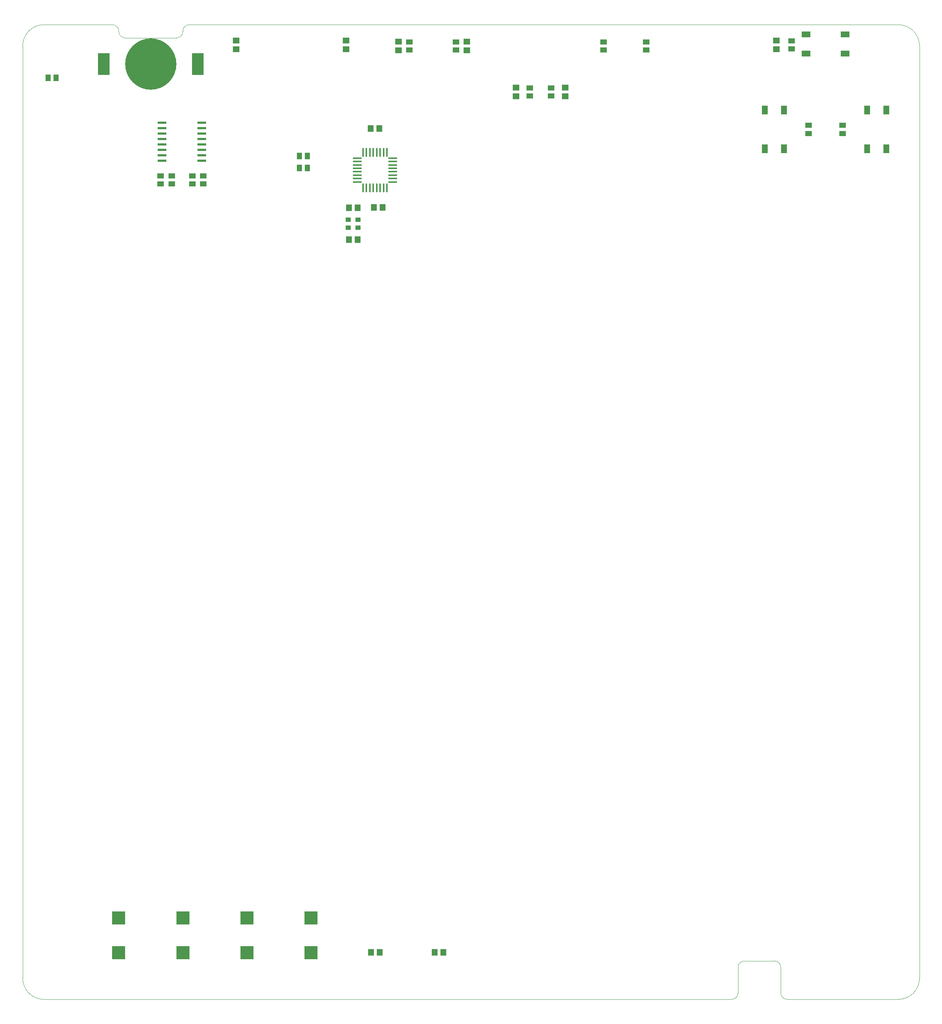
<source format=gbr>
%FSLAX46Y46*%
G04 Gerber Fmt 4.6, Leading zero omitted, Abs format (unit mm)*
G04 Created by KiCad (PCBNEW (2014-09-25 BZR 5147)-product) date Tuesday 14 October 2014 06:08:01 PM IST*
%MOMM*%
G01*
G04 APERTURE LIST*
%ADD10C,0.150000*%
%ADD11C,0.100000*%
%ADD12R,1.300480X1.498600*%
%ADD13R,1.998980X0.599440*%
%ADD14R,1.498600X1.300480*%
%ADD15R,1.300480X1.049020*%
%ADD16R,0.449580X1.998980*%
%ADD17R,1.998980X0.449580*%
%ADD18R,3.048000X3.048000*%
%ADD19R,1.550000X1.350000*%
%ADD20R,1.350000X1.550000*%
%ADD21R,2.800000X5.100000*%
%ADD22C,12.000000*%
%ADD23R,1.400000X2.100000*%
%ADD24R,2.100000X1.400000*%
G04 APERTURE END LIST*
D10*
D11*
X220000000Y-269000000D02*
X59000000Y-269000000D01*
X233000000Y-269000000D02*
X259000000Y-269000000D01*
X231500000Y-261500000D02*
X231500000Y-267500000D01*
X221500000Y-267500000D02*
X221500000Y-261500000D01*
X231500000Y-267500000D02*
G75*
G03X233000000Y-269000000I1500000J0D01*
G74*
G01*
X220000000Y-269000000D02*
G75*
G03X221500000Y-267500000I0J1500000D01*
G74*
G01*
X231500000Y-261500000D02*
G75*
G03X230000000Y-260000000I-1500000J0D01*
G74*
G01*
X223000000Y-260000000D02*
G75*
G03X221500000Y-261500000I0J-1500000D01*
G74*
G01*
X264000000Y-46000000D02*
X264000000Y-264000000D01*
X93000000Y-41000000D02*
X259000000Y-41000000D01*
X75000000Y-41000000D02*
X59000000Y-41000000D01*
X76500000Y-42500000D02*
X76500000Y-42600000D01*
X76500000Y-42500000D02*
G75*
G03X75000000Y-41000000I-1500000J0D01*
G74*
G01*
X91500000Y-42500000D02*
X91500000Y-42600000D01*
X93000000Y-41000000D02*
G75*
G03X91500000Y-42500000I0J-1500000D01*
G74*
G01*
X90000000Y-44100000D02*
G75*
G03X91500000Y-42600000I0J1500000D01*
G74*
G01*
X76500000Y-42600000D02*
G75*
G03X78000000Y-44100000I1500000J0D01*
G74*
G01*
X84000000Y-44100000D02*
X90000000Y-44100000D01*
X84000000Y-44100000D02*
X78000000Y-44100000D01*
X54000000Y-264000000D02*
X54000000Y-46000000D01*
X259000000Y-269000000D02*
G75*
G03X264000000Y-264000000I0J5000000D01*
G74*
G01*
X264000000Y-46000000D02*
G75*
G03X259000000Y-41000000I-5000000J0D01*
G74*
G01*
X59000000Y-41000000D02*
G75*
G03X54000000Y-46000000I0J-5000000D01*
G74*
G01*
X54000000Y-264000000D02*
G75*
G03X59000000Y-269000000I5000000J0D01*
G74*
G01*
X230000000Y-260000000D02*
X223000000Y-260000000D01*
D12*
X61852500Y-53400000D03*
X59947500Y-53400000D03*
D13*
X86649260Y-72845000D03*
X86649260Y-71575000D03*
X86649260Y-70305000D03*
X86649260Y-69035000D03*
X86649260Y-67765000D03*
X86649260Y-66495000D03*
X86649260Y-65225000D03*
X86649260Y-63955000D03*
X95950740Y-63955000D03*
X95950740Y-65225000D03*
X95950740Y-66495000D03*
X95950740Y-67765000D03*
X95950740Y-69035000D03*
X95950740Y-70305000D03*
X95950740Y-71575000D03*
X95950740Y-72845000D03*
D14*
X86300000Y-78252500D03*
X86300000Y-76347500D03*
X88900000Y-78252500D03*
X88900000Y-76347500D03*
X93700000Y-78252500D03*
X93700000Y-76347500D03*
D15*
X132543000Y-88502500D03*
X130257000Y-86597500D03*
X132543000Y-86597500D03*
X130257000Y-88502500D03*
D16*
X133700920Y-79150360D03*
X134501020Y-79150360D03*
X135301120Y-79150360D03*
X136101220Y-79150360D03*
X136898780Y-79150360D03*
X137698880Y-79150360D03*
X138498980Y-79150360D03*
X139299080Y-79150360D03*
X139299080Y-70849640D03*
X133700920Y-70849640D03*
X134501020Y-70849640D03*
X135301120Y-70849640D03*
X136101220Y-70849640D03*
X136898780Y-70849640D03*
X137698880Y-70849640D03*
X138498980Y-70849640D03*
D17*
X140650360Y-77799080D03*
X140650360Y-76998980D03*
X140650360Y-76198880D03*
X140650360Y-75398780D03*
X140650360Y-74601220D03*
X140650360Y-73801120D03*
X140650360Y-73001020D03*
X140650360Y-72200920D03*
X132349640Y-77799080D03*
X132349640Y-76998980D03*
X132349640Y-76198880D03*
X132349640Y-75398780D03*
X132349640Y-74601220D03*
X132349640Y-73801120D03*
X132349640Y-73001020D03*
X132349640Y-72200920D03*
D14*
X144500000Y-45047500D03*
X144500000Y-46952500D03*
X155500000Y-46952500D03*
X155500000Y-45047500D03*
X190000000Y-45047500D03*
X190000000Y-46952500D03*
X200000000Y-45047500D03*
X200000000Y-46952500D03*
X234000000Y-46702500D03*
X234000000Y-44797500D03*
X96300000Y-78252500D03*
X96300000Y-76347500D03*
D18*
X76500000Y-258064000D03*
X76500000Y-249936000D03*
X121500000Y-258064000D03*
X121500000Y-249936000D03*
X106500000Y-258064000D03*
X106500000Y-249936000D03*
X91500000Y-258064000D03*
X91500000Y-249936000D03*
D19*
X230500000Y-44750000D03*
X230500000Y-46750000D03*
X158000000Y-45000000D03*
X158000000Y-47000000D03*
X142000000Y-45000000D03*
X142000000Y-47000000D03*
X129750000Y-46750000D03*
X129750000Y-44750000D03*
X104000000Y-46750000D03*
X104000000Y-44750000D03*
D20*
X135500000Y-65250000D03*
X137500000Y-65250000D03*
X136250000Y-83750000D03*
X138250000Y-83750000D03*
X132400000Y-83800000D03*
X130400000Y-83800000D03*
X132400000Y-91250000D03*
X130400000Y-91250000D03*
X135600000Y-258000000D03*
X137600000Y-258000000D03*
D19*
X181000000Y-55750000D03*
X181000000Y-57750000D03*
X169500000Y-55750000D03*
X169500000Y-57750000D03*
D14*
X177750000Y-55797500D03*
X177750000Y-57702500D03*
X172750000Y-57702500D03*
X172750000Y-55797500D03*
D21*
X95000000Y-50200000D03*
X73000000Y-50200000D03*
D22*
X84000000Y-50200000D03*
D14*
X238000000Y-66452500D03*
X238000000Y-64547500D03*
X246000000Y-66452500D03*
X246000000Y-64547500D03*
D12*
X118797500Y-74500000D03*
X120702500Y-74500000D03*
X118797500Y-71750000D03*
X120702500Y-71750000D03*
D23*
X256250000Y-60950000D03*
X256250000Y-70050000D03*
X251750000Y-70050000D03*
X251750000Y-60950000D03*
X227750000Y-70050000D03*
X227750000Y-60950000D03*
X232250000Y-60950000D03*
X232250000Y-70050000D03*
D24*
X237450000Y-43250000D03*
X246550000Y-43250000D03*
X246550000Y-47750000D03*
X237450000Y-47750000D03*
D20*
X150500000Y-258000000D03*
X152500000Y-258000000D03*
M02*

</source>
